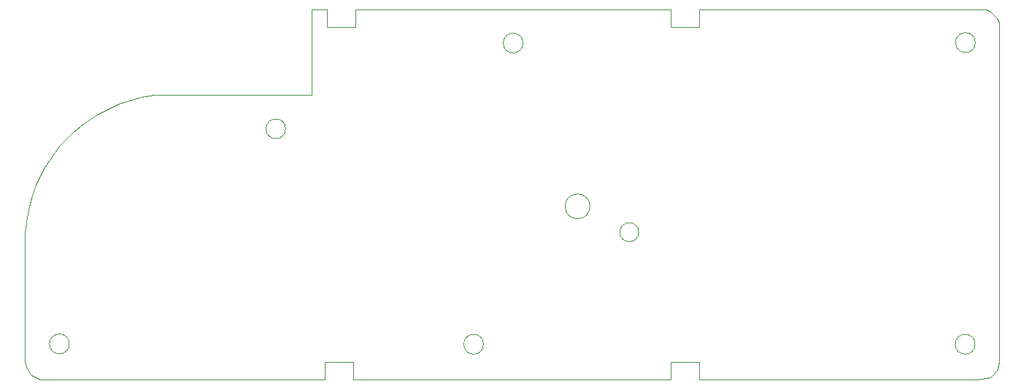
<source format=gm1>
%TF.GenerationSoftware,KiCad,Pcbnew,(5.1.10)-1*%
%TF.CreationDate,2021-06-16T14:50:00-05:00*%
%TF.ProjectId,nes-c64,6e65732d-6336-4342-9e6b-696361645f70,rev?*%
%TF.SameCoordinates,Original*%
%TF.FileFunction,Profile,NP*%
%FSLAX46Y46*%
G04 Gerber Fmt 4.6, Leading zero omitted, Abs format (unit mm)*
G04 Created by KiCad (PCBNEW (5.1.10)-1) date 2021-06-16 14:50:00*
%MOMM*%
%LPD*%
G01*
G04 APERTURE LIST*
%TA.AperFunction,Profile*%
%ADD10C,0.100000*%
%TD*%
G04 APERTURE END LIST*
D10*
X122682000Y-115062000D02*
X122682000Y-113030000D01*
X166116000Y-113030000D02*
X166116000Y-115062000D01*
X162814000Y-115062000D02*
X162814000Y-113030000D01*
X122936000Y-74168000D02*
X126238000Y-74168000D01*
X162814000Y-72136000D02*
X162814000Y-72644000D01*
X162306000Y-72136000D02*
X162814000Y-72136000D01*
X162814000Y-73914000D02*
X162814000Y-74168000D01*
X163068000Y-74168000D02*
X162814000Y-74168000D01*
X166116000Y-74168000D02*
X165862000Y-74168000D01*
X166116000Y-73914000D02*
X166116000Y-74168000D01*
X166116000Y-72136000D02*
X166624000Y-72136000D01*
X166116000Y-72644000D02*
X166116000Y-72136000D01*
X126238000Y-72136000D02*
X126746000Y-72136000D01*
X126238000Y-74168000D02*
X126238000Y-72136000D01*
X122936000Y-72136000D02*
X122936000Y-74168000D01*
X121158000Y-72136000D02*
X122936000Y-72136000D01*
X121158000Y-72644000D02*
X121158000Y-72136000D01*
X98806000Y-83058000D02*
X101346000Y-82296000D01*
X96266000Y-84328000D02*
X98806000Y-83058000D01*
X101346000Y-82296000D02*
X102870000Y-82042000D01*
X94742000Y-85344000D02*
X96266000Y-84328000D01*
X93472000Y-86360000D02*
X94742000Y-85344000D01*
X92710000Y-87122000D02*
X93472000Y-86360000D01*
X91948000Y-87884000D02*
X92710000Y-87122000D01*
X90170000Y-90424000D02*
X91948000Y-87884000D01*
X89662000Y-91440000D02*
X90170000Y-90424000D01*
X89154000Y-92456000D02*
X89662000Y-91440000D01*
X88646000Y-93980000D02*
X89154000Y-92456000D01*
X88392000Y-94996000D02*
X88646000Y-93980000D01*
X88138000Y-96266000D02*
X88392000Y-94996000D01*
X87884000Y-98044000D02*
X88138000Y-96266000D01*
X87884000Y-103378000D02*
X87884000Y-98044000D01*
X125984000Y-113030000D02*
X125984000Y-115062000D01*
X162814000Y-113030000D02*
X166116000Y-113030000D01*
X166624000Y-72136000D02*
X199390000Y-72136000D01*
X166116000Y-73914000D02*
X166116000Y-72644000D01*
X163068000Y-74168000D02*
X165862000Y-74168000D01*
X162814000Y-72644000D02*
X162814000Y-73914000D01*
X126746000Y-72136000D02*
X162306000Y-72136000D01*
X121158000Y-82042000D02*
X121158000Y-72644000D01*
X88646000Y-114554000D02*
X89662000Y-115062000D01*
X88138000Y-113792000D02*
X88646000Y-114554000D01*
X87884000Y-113030000D02*
X88138000Y-113792000D01*
X200660000Y-73152000D02*
X200914000Y-73660000D01*
X199898000Y-72390000D02*
X200660000Y-73152000D01*
X199390000Y-72136000D02*
X199898000Y-72390000D01*
X200660000Y-114046000D02*
X200914000Y-113030000D01*
X199898000Y-114808000D02*
X200660000Y-114046000D01*
X198374000Y-115062000D02*
X199898000Y-114808000D01*
X166116000Y-115062000D02*
X198374000Y-115062000D01*
X125984000Y-115062000D02*
X162814000Y-115062000D01*
X122682000Y-113030000D02*
X125984000Y-113030000D01*
X89662000Y-115062000D02*
X122682000Y-115062000D01*
X141100000Y-111000000D02*
G75*
G03*
X141100000Y-111000000I-1150000J0D01*
G01*
X198120000Y-110998000D02*
G75*
G03*
X198120000Y-110998000I-1150000J0D01*
G01*
X198150000Y-76000000D02*
G75*
G03*
X198150000Y-76000000I-1150000J0D01*
G01*
X93050000Y-110950000D02*
G75*
G03*
X93050000Y-110950000I-1150000J0D01*
G01*
X159100000Y-98000000D02*
G75*
G03*
X159100000Y-98000000I-1100000J0D01*
G01*
X153436841Y-95000000D02*
G75*
G03*
X153436841Y-95000000I-1436841J0D01*
G01*
X145676000Y-76050000D02*
G75*
G03*
X145676000Y-76050000I-1150000J0D01*
G01*
X118135923Y-86000000D02*
G75*
G03*
X118135923Y-86000000I-1135923J0D01*
G01*
X102870000Y-82042000D02*
X121158000Y-82042000D01*
X87884000Y-113030000D02*
X87884000Y-103378000D01*
X200914000Y-73660000D02*
X200914000Y-113030000D01*
M02*

</source>
